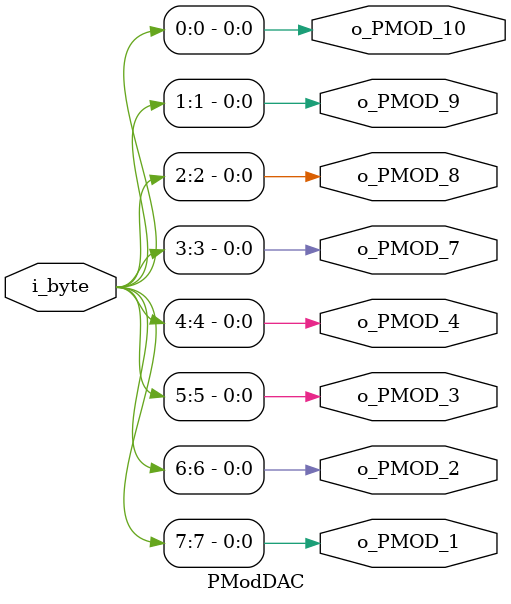
<source format=v>
module PModDAC
    (
        input [7:0] i_byte, //eg b01000110
        output o_PMOD_1, //MSB
        output o_PMOD_2, 
        output o_PMOD_3, 
        output o_PMOD_4, 
        output o_PMOD_7, 
        output o_PMOD_8, 
        output o_PMOD_9, 
        output o_PMOD_10  //LSB
    );

    assign o_PMOD_1 = i_byte[7];    //MSB
    assign o_PMOD_2 = i_byte[6];
    assign o_PMOD_3 = i_byte[5];
    assign o_PMOD_4 = i_byte[4];
    assign o_PMOD_7 = i_byte[3];
    assign o_PMOD_8 = i_byte[2];
    assign o_PMOD_9 = i_byte[1];
    assign o_PMOD_10 = i_byte[0];    //LSB

endmodule
</source>
